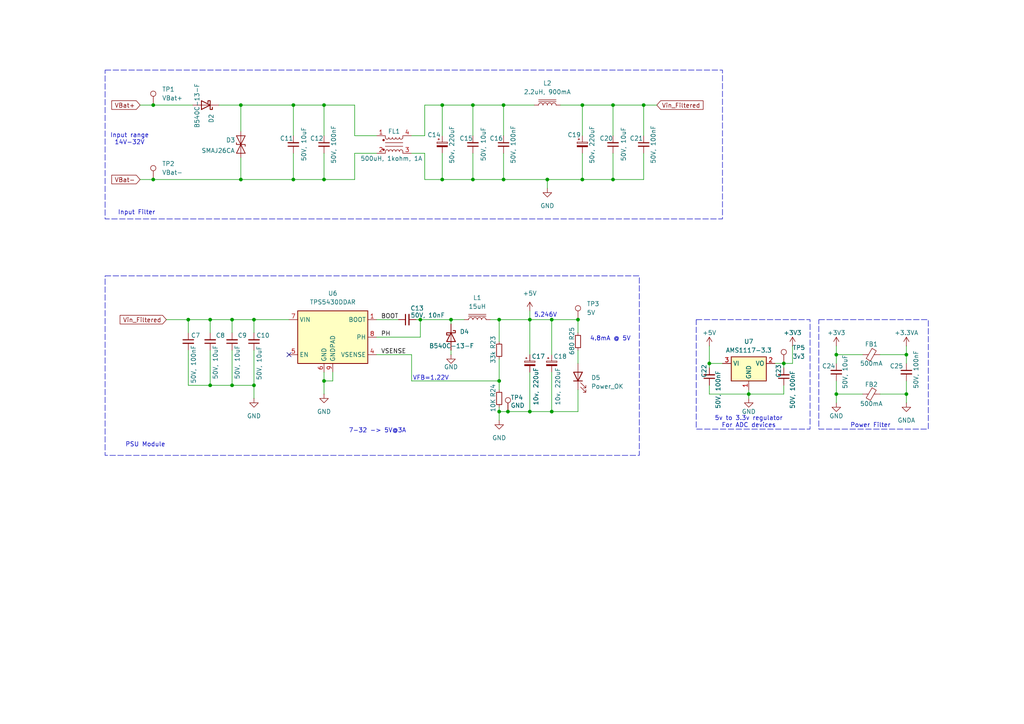
<source format=kicad_sch>
(kicad_sch (version 20231120) (generator "eeschema") (generator_version "8.0")
  (paper "A4")
  (title_block (title "Power Module") (date "2024-06-28") (rev "B") (company "D. Vaitiekus") (comment 1 "AUGA Tech"))
  (lib_symbols
    (symbol "Connector:TestPoint" (pin_numbers hide) (pin_names (offset 0.762) hide)
      (property "Reference" "TP" (at 0 6.858 0))
      (property "Value" "TestPoint" (at 0 5.08 0))
      (symbol "TestPoint_0_1"
        (circle (center 0 3.302) (radius 0.762))
      )
      (symbol "TestPoint_1_1"
        (pin passive line (at 0 0 90) (length 2.54) (name "1") (number "1"))
      )
    )
    (symbol "Device:C_Polarized_Small" (pin_numbers hide) (pin_names (offset 0.254) hide)
      (property "Reference" "C" (at 0.254 1.778 0))
      (property "Value" "C_Polarized_Small" (at 0.254 -2.032 0))
      (symbol "C_Polarized_Small_0_1"
        (rectangle (start -1.524 -0.3048) (end 1.524 -0.6858) (fill (type outline)))
        (rectangle (start -1.524 0.6858) (end 1.524 0.3048))
        (polyline (pts (xy -1.27 1.524) (xy -0.762 1.524)))
        (polyline (pts (xy -1.016 1.27) (xy -1.016 1.778)))
      )
      (symbol "C_Polarized_Small_1_1"
        (pin passive line (at 0 2.54 270) (length 1.8542) (name "~") (number "1"))
        (pin passive line (at 0 -2.54 90) (length 1.8542) (name "~") (number "2"))
      )
    )
    (symbol "Device:C_Small" (pin_numbers hide) (pin_names (offset 0.254) hide)
      (property "Reference" "C" (at 0.254 1.778 0))
      (property "Value" "C_Small" (at 0.254 -2.032 0))
      (symbol "C_Small_0_1"
        (polyline (pts (xy -1.524 -0.508) (xy 1.524 -0.508)) (stroke (width 0.3302)))
        (polyline (pts (xy -1.524 0.508) (xy 1.524 0.508)) (stroke (width 0.3048)))
      )
      (symbol "C_Small_1_1"
        (pin passive line (at 0 2.54 270) (length 2.032) (name "~") (number "1"))
        (pin passive line (at 0 -2.54 90) (length 2.032) (name "~") (number "2"))
      )
    )
    (symbol "Device:D_Schottky" (pin_numbers hide) (pin_names (offset 1.016) hide)
      (property "Reference" "D" (at 0 2.54 0))
      (property "Value" "D_Schottky" (at 0 -2.54 0))
      (symbol "D_Schottky_0_1"
        (polyline (pts (xy 1.27 0) (xy -1.27 0)))
        (polyline (pts (xy 1.27 1.27) (xy 1.27 -1.27) (xy -1.27 0) (xy 1.27 1.27)) (stroke (width 0.254)))
        (polyline (pts (xy -1.905 0.635) (xy -1.905 1.27) (xy -1.27 1.27) (xy -1.27 -1.27) (xy -0.635 -1.27) (xy -0.635 -0.635)) (stroke (width 0.254)))
      )
      (symbol "D_Schottky_1_1"
        (pin passive line (at -3.81 0 0) (length 2.54) (name "K") (number "1"))
        (pin passive line (at 3.81 0 180) (length 2.54) (name "A") (number "2"))
      )
    )
    (symbol "Device:FerriteBead_Small" (pin_numbers hide) (pin_names (offset 0))
      (property "Reference" "FB" (at 1.905 1.27 0))
      (property "Value" "FerriteBead_Small" (at 1.905 -1.27 0))
      (symbol "FerriteBead_Small_0_1"
        (polyline (pts (xy 0 -1.27) (xy 0 -0.7874)))
        (polyline (pts (xy 0 0.889) (xy 0 1.2954)))
        (polyline (pts (xy -1.8288 0.2794) (xy -1.1176 1.4986) (xy 1.8288 -0.2032) (xy 1.1176 -1.4224) (xy -1.8288 0.2794)))
      )
      (symbol "FerriteBead_Small_1_1"
        (pin passive line (at 0 2.54 270) (length 1.27) (name "~") (number "1"))
        (pin passive line (at 0 -2.54 90) (length 1.27) (name "~") (number "2"))
      )
    )
    (symbol "Device:Filter_EMI_LL_1423" (pin_names hide)
      (property "Reference" "FL" (at 0 4.445 0))
      (property "Value" "Filter_EMI_LL_1423" (at 0 -4.445 0))
      (symbol "Filter_EMI_LL_1423_0_1"
        (circle (center -3.048 -1.27) (radius 0.254) (fill (type outline)))
        (circle (center -3.048 1.524) (radius 0.254) (fill (type outline)))
        (arc (start -2.54 2.032) (mid -2.032 1.5262) (end -1.524 2.032))
        (arc (start -1.524 -2.032) (mid -2.032 -1.5262) (end -2.54 -2.032))
        (arc (start -1.524 2.032) (mid -1.016 1.5262) (end -0.508 2.032))
        (arc (start -0.508 -2.032) (mid -1.016 -1.5262) (end -1.524 -2.032))
        (arc (start -0.508 2.032) (mid 0 1.5262) (end 0.508 2.032))
        (polyline (pts (xy -2.54 -2.032) (xy -2.54 -2.54)))
        (polyline (pts (xy -2.54 0.508) (xy 2.54 0.508)))
        (polyline (pts (xy -2.54 2.032) (xy -2.54 2.54)))
        (polyline (pts (xy 2.54 -2.032) (xy 2.54 -2.54)))
        (polyline (pts (xy 2.54 -0.508) (xy -2.54 -0.508)))
        (polyline (pts (xy 2.54 2.54) (xy 2.54 2.032)))
        (arc (start 0.508 -2.032) (mid 0 -1.5262) (end -0.508 -2.032))
        (arc (start 0.508 2.032) (mid 1.016 1.5262) (end 1.524 2.032))
        (arc (start 1.524 -2.032) (mid 1.016 -1.5262) (end 0.508 -2.032))
        (arc (start 1.524 2.032) (mid 2.032 1.5262) (end 2.54 2.032))
        (arc (start 2.54 -2.032) (mid 2.032 -1.5262) (end 1.524 -2.032))
      )
      (symbol "Filter_EMI_LL_1423_1_1"
        (pin passive line (at -5.08 -2.54 0) (length 2.54) (name "1") (number "1"))
        (pin passive line (at -5.08 2.54 0) (length 2.54) (name "2") (number "2"))
        (pin passive line (at 5.08 2.54 180) (length 2.54) (name "3") (number "3"))
        (pin passive line (at 5.08 -2.54 180) (length 2.54) (name "4") (number "4"))
      )
    )
    (symbol "Device:LED" (pin_numbers hide) (pin_names (offset 1.016) hide)
      (property "Reference" "D" (at 0 2.54 0))
      (property "Value" "LED" (at 0 -2.54 0))
      (symbol "LED_0_1"
        (polyline (pts (xy -1.27 -1.27) (xy -1.27 1.27)) (stroke (width 0.254)))
        (polyline (pts (xy -1.27 0) (xy 1.27 0)))
        (polyline (pts (xy 1.27 -1.27) (xy 1.27 1.27) (xy -1.27 0) (xy 1.27 -1.27)) (stroke (width 0.254)))
        (polyline (pts (xy -3.048 -0.762) (xy -4.572 -2.286) (xy -3.81 -2.286) (xy -4.572 -2.286) (xy -4.572 -1.524)))
        (polyline (pts (xy -1.778 -0.762) (xy -3.302 -2.286) (xy -2.54 -2.286) (xy -3.302 -2.286) (xy -3.302 -1.524)))
      )
      (symbol "LED_1_1"
        (pin passive line (at -3.81 0 0) (length 2.54) (name "K") (number "1"))
        (pin passive line (at 3.81 0 180) (length 2.54) (name "A") (number "2"))
      )
    )
    (symbol "Device:L_Iron" (pin_numbers hide) (pin_names (offset 1.016) hide)
      (property "Reference" "L" (at -1.27 0 90))
      (property "Value" "L_Iron" (at 2.794 0 90))
      (symbol "L_Iron_0_1"
        (arc (start 0 -2.54) (mid 0.6323 -1.905) (end 0 -1.27))
        (arc (start 0 -1.27) (mid 0.6323 -0.635) (end 0 0))
        (polyline (pts (xy 1.016 2.54) (xy 1.016 -2.54)))
        (polyline (pts (xy 1.524 -2.54) (xy 1.524 2.54)))
        (arc (start 0 0) (mid 0.6323 0.635) (end 0 1.27))
        (arc (start 0 1.27) (mid 0.6323 1.905) (end 0 2.54))
      )
      (symbol "L_Iron_1_1"
        (pin passive line (at 0 3.81 270) (length 1.27) (name "1") (number "1"))
        (pin passive line (at 0 -3.81 90) (length 1.27) (name "2") (number "2"))
      )
    )
    (symbol "Device:R_Small" (pin_numbers hide) (pin_names (offset 0.254) hide)
      (property "Reference" "R" (at 0.762 0.508 0))
      (property "Value" "R_Small" (at 0.762 -1.016 0))
      (symbol "R_Small_0_1"
        (rectangle (start -0.762 1.778) (end 0.762 -1.778) (stroke (width 0.2032)))
      )
      (symbol "R_Small_1_1"
        (pin passive line (at 0 2.54 270) (length 0.762) (name "~") (number "1"))
        (pin passive line (at 0 -2.54 90) (length 0.762) (name "~") (number "2"))
      )
    )
    (symbol "Diode:SMAJ26CA" (pin_numbers hide) (pin_names (offset 1.016) hide)
      (property "Reference" "D" (at 0 2.54 0))
      (property "Value" "SMAJ26CA" (at 0 -2.54 0))
      (symbol "SMAJ26CA_0_1"
        (polyline (pts (xy 1.27 0) (xy -1.27 0)))
        (polyline (pts (xy -2.54 -1.27) (xy 0 0) (xy -2.54 1.27) (xy -2.54 -1.27)) (stroke (width 0.2032)))
        (polyline (pts (xy 0.508 1.27) (xy 0 1.27) (xy 0 -1.27) (xy -0.508 -1.27)) (stroke (width 0.2032)))
        (polyline (pts (xy 2.54 1.27) (xy 2.54 -1.27) (xy 0 0) (xy 2.54 1.27)) (stroke (width 0.2032)))
      )
      (symbol "SMAJ26CA_1_1"
        (pin passive line (at -3.81 0 0) (length 2.54) (name "A1") (number "1"))
        (pin passive line (at 3.81 0 180) (length 2.54) (name "A2") (number "2"))
      )
    )
    (symbol "Regulator_Linear:AMS1117-3.3"
      (property "Reference" "U" (at -3.81 3.175 0))
      (property "Value" "AMS1117-3.3" (at 0 3.175 0))
      (symbol "AMS1117-3.3_0_1"
        (rectangle (start -5.08 -5.08) (end 5.08 1.905) (stroke (width 0.254)) (fill (type background)))
      )
      (symbol "AMS1117-3.3_1_1"
        (pin power_in line (at 0 -7.62 90) (length 2.54) (name "GND") (number "1"))
        (pin power_out line (at 7.62 0 180) (length 2.54) (name "VO") (number "2"))
        (pin power_in line (at -7.62 0 0) (length 2.54) (name "VI") (number "3"))
      )
    )
    (symbol "Regulator_Switching:TPS5430DDA"
      (property "Reference" "U" (at -10.16 8.89 0))
      (property "Value" "TPS5430DDA" (at -1.27 8.89 0))
      (symbol "TPS5430DDA_0_1"
        (rectangle (start -10.16 7.62) (end 10.16 -7.62) (stroke (width 0.254)) (fill (type background)))
      )
      (symbol "TPS5430DDA_1_1"
        (pin input line (at 12.7 5.08 180) (length 2.54) (name "BOOT") (number "1"))
        (pin no_connect line (at -10.16 2.54 0) (length 2.54) hide (name "NC") (number "2"))
        (pin no_connect line (at -10.16 -2.54 0) (length 2.54) hide (name "NC") (number "3"))
        (pin input line (at 12.7 -5.08 180) (length 2.54) (name "VSENSE") (number "4"))
        (pin input line (at -12.7 -5.08 0) (length 2.54) (name "EN") (number "5"))
        (pin power_in line (at -2.54 -10.16 90) (length 2.54) (name "GND") (number "6"))
        (pin power_in line (at -12.7 5.08 0) (length 2.54) (name "VIN") (number "7"))
        (pin output line (at 12.7 0 180) (length 2.54) (name "PH") (number "8"))
        (pin power_in line (at 0 -10.16 90) (length 2.54) (name "GNDPAD") (number "9"))
      )
    )
    (symbol "power:+3.3VA" (power) (pin_numbers hide) (pin_names (offset 0) hide)
      (property "Value" "+3.3VA" (at 0 3.556 0))
      (symbol "+3.3VA_0_1"
        (polyline (pts (xy -0.762 1.27) (xy 0 2.54)))
        (polyline (pts (xy 0 0) (xy 0 2.54)))
        (polyline (pts (xy 0 2.54) (xy 0.762 1.27)))
      )
      (symbol "+3.3VA_1_1"
        (pin power_in line (at 0 0 90) (length 0) (name "~") (number "1"))
      )
    )
    (symbol "power:+3V3" (power) (pin_numbers hide) (pin_names (offset 0) hide)
      (property "Value" "+3V3" (at 0 3.556 0))
      (symbol "+3V3_0_1"
        (polyline (pts (xy -0.762 1.27) (xy 0 2.54)))
        (polyline (pts (xy 0 0) (xy 0 2.54)))
        (polyline (pts (xy 0 2.54) (xy 0.762 1.27)))
      )
      (symbol "+3V3_1_1"
        (pin power_in line (at 0 0 90) (length 0) (name "~") (number "1"))
      )
    )
    (symbol "power:+5V" (power) (pin_numbers hide) (pin_names (offset 0) hide)
      (property "Value" "+5V" (at 0 3.556 0))
      (symbol "+5V_0_1"
        (polyline (pts (xy -0.762 1.27) (xy 0 2.54)))
        (polyline (pts (xy 0 0) (xy 0 2.54)))
        (polyline (pts (xy 0 2.54) (xy 0.762 1.27)))
      )
      (symbol "+5V_1_1"
        (pin power_in line (at 0 0 90) (length 0) (name "~") (number "1"))
      )
    )
    (symbol "power:GND" (power) (pin_numbers hide) (pin_names (offset 0) hide)
      (property "Value" "GND" (at 0 -3.81 0))
      (symbol "GND_0_1"
        (polyline (pts (xy 0 0) (xy 0 -1.27) (xy 1.27 -1.27) (xy 0 -2.54) (xy -1.27 -1.27) (xy 0 -1.27)))
      )
      (symbol "GND_1_1"
        (pin power_in line (at 0 0 270) (length 0) (name "~") (number "1"))
      )
    )
    (symbol "power:GNDA" (power) (pin_numbers hide) (pin_names (offset 0) hide)
      (property "Value" "GNDA" (at 0 -3.81 0))
      (symbol "GNDA_0_1"
        (polyline (pts (xy 0 0) (xy 0 -1.27) (xy 1.27 -1.27) (xy 0 -2.54) (xy -1.27 -1.27) (xy 0 -1.27)))
      )
      (symbol "GNDA_1_1"
        (pin power_in line (at 0 0 270) (length 0) (name "~") (number "1"))
      )
    )
  )
  (junction (at 67.31 92.71))
  (junction (at 144.78 92.71))
  (junction (at 144.78 110.49))
  (junction (at 121.92 92.71))
  (junction (at 158.75 52.07))
  (junction (at 160.02 119.38))
  (junction (at 160.02 92.71))
  (junction (at 85.09 30.48))
  (junction (at 153.67 92.71))
  (junction (at 67.31 111.76))
  (junction (at 205.74 105.41))
  (junction (at 69.85 30.48))
  (junction (at 177.8 30.48))
  (junction (at 167.64 92.71))
  (junction (at 186.69 30.48))
  (junction (at 146.05 30.48))
  (junction (at 54.61 92.71))
  (junction (at 262.89 114.3))
  (junction (at 144.78 119.38))
  (junction (at 69.85 52.07))
  (junction (at 60.96 92.71))
  (junction (at 227.33 105.41))
  (junction (at 177.8 52.07))
  (junction (at 128.27 30.48))
  (junction (at 93.98 30.48))
  (junction (at 44.45 52.07))
  (junction (at 73.66 111.76))
  (junction (at 147.32 119.38))
  (junction (at 44.45 30.48))
  (junction (at 137.16 30.48))
  (junction (at 85.09 52.07))
  (junction (at 168.91 30.48))
  (junction (at 242.57 114.3))
  (junction (at 60.96 111.76))
  (junction (at 146.05 52.07))
  (junction (at 137.16 52.07))
  (junction (at 93.98 110.49))
  (junction (at 168.91 52.07))
  (junction (at 242.57 102.87))
  (junction (at 128.27 52.07))
  (junction (at 217.17 114.3))
  (junction (at 130.81 92.71))
  (junction (at 153.67 119.38))
  (junction (at 73.66 92.71))
  (junction (at 262.89 102.87))
  (junction (at 93.98 52.07))
  (no_connect (at 83.82 102.87))
  (wire (pts (xy 242.57 100.33) (xy 242.57 102.87)))
  (wire (pts (xy 205.74 100.33) (xy 205.74 105.41)))
  (wire (pts (xy 144.78 92.71) (xy 144.78 99.06)))
  (wire (pts (xy 160.02 92.71) (xy 160.02 102.87)))
  (wire (pts (xy 60.96 92.71) (xy 67.31 92.71)))
  (wire (pts (xy 146.05 30.48) (xy 154.94 30.48)))
  (wire (pts (xy 93.98 52.07) (xy 85.09 52.07)))
  (wire (pts (xy 168.91 30.48) (xy 177.8 30.48)))
  (wire (pts (xy 186.69 52.07) (xy 177.8 52.07)))
  (wire (pts (xy 69.85 30.48) (xy 63.5 30.48)))
  (wire (pts (xy 85.09 39.37) (xy 85.09 30.48)))
  (wire (pts (xy 146.05 44.45) (xy 146.05 52.07)))
  (wire (pts (xy 262.89 102.87) (xy 262.89 105.41)))
  (wire (pts (xy 109.22 44.45) (xy 102.87 44.45)))
  (wire (pts (xy 137.16 30.48) (xy 128.27 30.48)))
  (wire (pts (xy 102.87 44.45) (xy 102.87 52.07)))
  (wire (pts (xy 54.61 111.76) (xy 60.96 111.76)))
  (wire (pts (xy 93.98 110.49) (xy 93.98 114.3)))
  (wire (pts (xy 123.19 52.07) (xy 128.27 52.07)))
  (wire (pts (xy 229.87 105.41) (xy 227.33 105.41)))
  (wire (pts (xy 60.96 111.76) (xy 67.31 111.76)))
  (wire (pts (xy 96.52 110.49) (xy 96.52 107.95)))
  (wire (pts (xy 167.64 101.6) (xy 167.64 105.41)))
  (wire (pts (xy 109.22 97.79) (xy 121.92 97.79)))
  (wire (pts (xy 217.17 115.57) (xy 217.17 114.3)))
  (wire (pts (xy 102.87 30.48) (xy 93.98 30.48)))
  (wire (pts (xy 54.61 92.71) (xy 54.61 96.52)))
  (wire (pts (xy 85.09 44.45) (xy 85.09 52.07)))
  (wire (pts (xy 102.87 39.37) (xy 109.22 39.37)))
  (wire (pts (xy 227.33 114.3) (xy 217.17 114.3)))
  (wire (pts (xy 67.31 101.6) (xy 67.31 111.76)))
  (wire (pts (xy 227.33 111.76) (xy 227.33 114.3)))
  (wire (pts (xy 73.66 92.71) (xy 73.66 96.52)))
  (wire (pts (xy 153.67 90.17) (xy 153.67 92.71)))
  (wire (pts (xy 137.16 52.07) (xy 128.27 52.07)))
  (wire (pts (xy 121.92 97.79) (xy 121.92 92.71)))
  (wire (pts (xy 128.27 52.07) (xy 128.27 44.45)))
  (wire (pts (xy 168.91 30.48) (xy 162.56 30.48)))
  (wire (pts (xy 242.57 102.87) (xy 250.19 102.87)))
  (wire (pts (xy 73.66 92.71) (xy 67.31 92.71)))
  (wire (pts (xy 158.75 52.07) (xy 146.05 52.07)))
  (wire (pts (xy 54.61 92.71) (xy 60.96 92.71)))
  (wire (pts (xy 205.74 114.3) (xy 217.17 114.3)))
  (wire (pts (xy 69.85 38.1) (xy 69.85 30.48)))
  (wire (pts (xy 262.89 114.3) (xy 262.89 116.84)))
  (wire (pts (xy 158.75 52.07) (xy 158.75 54.61)))
  (wire (pts (xy 44.45 52.07) (xy 40.64 52.07)))
  (wire (pts (xy 130.81 93.98) (xy 130.81 92.71)))
  (wire (pts (xy 205.74 111.76) (xy 205.74 114.3)))
  (wire (pts (xy 67.31 111.76) (xy 73.66 111.76)))
  (wire (pts (xy 168.91 44.45) (xy 168.91 52.07)))
  (wire (pts (xy 142.24 92.71) (xy 144.78 92.71)))
  (wire (pts (xy 167.64 92.71) (xy 160.02 92.71)))
  (wire (pts (xy 147.32 119.38) (xy 144.78 119.38)))
  (wire (pts (xy 123.19 30.48) (xy 123.19 39.37)))
  (wire (pts (xy 85.09 52.07) (xy 69.85 52.07)))
  (wire (pts (xy 153.67 102.87) (xy 153.67 92.71)))
  (wire (pts (xy 167.64 119.38) (xy 160.02 119.38)))
  (wire (pts (xy 205.74 105.41) (xy 209.55 105.41)))
  (wire (pts (xy 153.67 92.71) (xy 160.02 92.71)))
  (wire (pts (xy 102.87 52.07) (xy 93.98 52.07)))
  (wire (pts (xy 102.87 39.37) (xy 102.87 30.48)))
  (wire (pts (xy 69.85 52.07) (xy 44.45 52.07)))
  (wire (pts (xy 177.8 39.37) (xy 177.8 30.48)))
  (wire (pts (xy 44.45 30.48) (xy 55.88 30.48)))
  (wire (pts (xy 109.22 92.71) (xy 115.57 92.71)))
  (wire (pts (xy 144.78 119.38) (xy 144.78 121.92)))
  (wire (pts (xy 146.05 39.37) (xy 146.05 30.48)))
  (wire (pts (xy 137.16 39.37) (xy 137.16 30.48)))
  (wire (pts (xy 177.8 52.07) (xy 168.91 52.07)))
  (wire (pts (xy 40.64 30.48) (xy 44.45 30.48)))
  (wire (pts (xy 144.78 104.14) (xy 144.78 110.49)))
  (wire (pts (xy 144.78 92.71) (xy 153.67 92.71)))
  (wire (pts (xy 160.02 107.95) (xy 160.02 119.38)))
  (wire (pts (xy 93.98 110.49) (xy 96.52 110.49)))
  (wire (pts (xy 67.31 92.71) (xy 67.31 96.52)))
  (wire (pts (xy 121.92 92.71) (xy 120.65 92.71)))
  (wire (pts (xy 153.67 107.95) (xy 153.67 119.38)))
  (wire (pts (xy 130.81 92.71) (xy 134.62 92.71)))
  (wire (pts (xy 93.98 30.48) (xy 85.09 30.48)))
  (wire (pts (xy 123.19 44.45) (xy 123.19 52.07)))
  (wire (pts (xy 168.91 39.37) (xy 168.91 30.48)))
  (wire (pts (xy 130.81 101.6) (xy 130.81 102.87)))
  (wire (pts (xy 123.19 39.37) (xy 119.38 39.37)))
  (wire (pts (xy 186.69 30.48) (xy 190.5 30.48)))
  (wire (pts (xy 60.96 92.71) (xy 60.96 96.52)))
  (wire (pts (xy 229.87 100.33) (xy 229.87 105.41)))
  (wire (pts (xy 60.96 101.6) (xy 60.96 111.76)))
  (wire (pts (xy 186.69 30.48) (xy 177.8 30.48)))
  (wire (pts (xy 255.27 102.87) (xy 262.89 102.87)))
  (wire (pts (xy 119.38 110.49) (xy 119.38 102.87)))
  (wire (pts (xy 227.33 105.41) (xy 227.33 106.68)))
  (wire (pts (xy 85.09 30.48) (xy 69.85 30.48)))
  (wire (pts (xy 121.92 92.71) (xy 130.81 92.71)))
  (wire (pts (xy 262.89 110.49) (xy 262.89 114.3)))
  (wire (pts (xy 146.05 52.07) (xy 137.16 52.07)))
  (wire (pts (xy 48.26 92.71) (xy 54.61 92.71)))
  (wire (pts (xy 168.91 52.07) (xy 158.75 52.07)))
  (wire (pts (xy 69.85 45.72) (xy 69.85 52.07)))
  (wire (pts (xy 93.98 39.37) (xy 93.98 30.48)))
  (wire (pts (xy 144.78 110.49) (xy 119.38 110.49)))
  (wire (pts (xy 73.66 111.76) (xy 73.66 115.57)))
  (wire (pts (xy 54.61 101.6) (xy 54.61 111.76)))
  (wire (pts (xy 93.98 44.45) (xy 93.98 52.07)))
  (wire (pts (xy 217.17 113.03) (xy 217.17 114.3)))
  (wire (pts (xy 160.02 119.38) (xy 153.67 119.38)))
  (wire (pts (xy 242.57 102.87) (xy 242.57 105.41)))
  (wire (pts (xy 177.8 44.45) (xy 177.8 52.07)))
  (wire (pts (xy 242.57 114.3) (xy 250.19 114.3)))
  (wire (pts (xy 73.66 101.6) (xy 73.66 111.76)))
  (wire (pts (xy 119.38 102.87) (xy 109.22 102.87)))
  (wire (pts (xy 119.38 44.45) (xy 123.19 44.45)))
  (wire (pts (xy 73.66 92.71) (xy 83.82 92.71)))
  (wire (pts (xy 262.89 100.33) (xy 262.89 102.87)))
  (wire (pts (xy 144.78 110.49) (xy 144.78 113.03)))
  (wire (pts (xy 186.69 44.45) (xy 186.69 52.07)))
  (wire (pts (xy 137.16 44.45) (xy 137.16 52.07)))
  (wire (pts (xy 255.27 114.3) (xy 262.89 114.3)))
  (wire (pts (xy 186.69 39.37) (xy 186.69 30.48)))
  (wire (pts (xy 242.57 114.3) (xy 242.57 116.84)))
  (wire (pts (xy 153.67 119.38) (xy 147.32 119.38)))
  (wire (pts (xy 167.64 96.52) (xy 167.64 92.71)))
  (wire (pts (xy 167.64 113.03) (xy 167.64 119.38)))
  (wire (pts (xy 144.78 118.11) (xy 144.78 119.38)))
  (wire (pts (xy 128.27 30.48) (xy 123.19 30.48)))
  (wire (pts (xy 242.57 110.49) (xy 242.57 114.3)))
  (wire (pts (xy 128.27 39.37) (xy 128.27 30.48)))
  (wire (pts (xy 146.05 30.48) (xy 137.16 30.48)))
  (wire (pts (xy 93.98 107.95) (xy 93.98 110.49)))
  (wire (pts (xy 205.74 105.41) (xy 205.74 106.68)))
  (wire (pts (xy 227.33 105.41) (xy 224.79 105.41)))
  (rectangle (start 30.48 80.01) (end 185.42 132.08) (stroke (width 0) (type dash)))
  (rectangle (start 30.48 20.32) (end 209.55 63.5) (stroke (width 0) (type dash)))
  (rectangle (start 237.49 92.71) (end 269.24 124.46) (stroke (width 0) (type dash)))
  (rectangle (start 201.93 92.71) (end 234.95 124.46) (stroke (width 0) (type dash)))
  (text "VFB=1.22V" (at 124.968 109.728 0) (effects (font (size 1.27 1.27))))
  (text "4.8mA @ 5V" (at 177.038 98.298 0) (effects (font (size 1.27 1.27))))
  (text "7-32 -> 5V@3A" (at 109.474 124.968 0) (effects (font (size 1.27 1.27))))
  (text "5.246V" (at 158.242 91.44 0) (effects (font (size 1.27 1.27))))
  (text "5v to 3.3v regulator\nFor ADC devices" (at 217.17 122.428 0) (effects (font (size 1.27 1.27))))
  (text "Power Filter" (at 252.476 123.444 0) (effects (font (size 1.27 1.27))))
  (text "PSU Module" (at 42.164 129.032 0) (effects (font (size 1.27 1.27))))
  (text "Input Filter" (at 39.624 61.722 0) (effects (font (size 1.27 1.27))))
  (text "Input range\n14V-32V" (at 37.592 40.386 0) (effects (font (size 1.27 1.27))))
  (label "BOOT" (at 110.49 92.71 0))
  (label "PH" (at 110.49 97.79 0))
  (label "VSENSE" (at 110.49 102.87 0))
  (global_label "Vin_Filtered" (shape input) (at 48.26 92.71 180) (property "Intersheetrefs" "${INTERSHEET_REFS}" (effects (hide yes))))
  (global_label "VBat-" (shape input) (at 40.64 52.07 180) (property "Intersheetrefs" "${INTERSHEET_REFS}" (effects (hide yes))))
  (global_label "Vin_Filtered" (shape input) (at 190.5 30.48 0) (property "Intersheetrefs" "${INTERSHEET_REFS}" (effects (hide yes))))
  (global_label "VBat+" (shape input) (at 40.64 30.48 180) (property "Intersheetrefs" "${INTERSHEET_REFS}" (effects (hide yes))))
  (symbol (lib_id "Device:D_Schottky") (at 59.69 30.48 180) (unit 1)
    (property "Reference" "D2" (at 61.2776 33.02 90) (effects (justify left)))
    (property "Value" "B540C-13-F" (at 57.15 24.13 90) (effects (justify left)))
    (property "Footprint" "Diode_SMD:D_SMC" (effects (hide yes)))
    (property "Datasheet" "https://wmsc.lcsc.com/wmsc/upload/file/pdf/v2/lcsc/2304140030_Diodes-Incorporated-B340A-13-F_C85098.pdf" (effects (hide yes)))
    (property "Description" "40V 550mV@5A 5A SMC(DO-214AB) Schottky Barrier Diodes (SBD) ROHS" (effects (hide yes)))
    (property "JLCPCB Part #" "C72264" (effects (hide yes)))
    (property "Package" "SMC(DO-214AB)" (effects (hide yes)))
  )
  (symbol (lib_id "Device:C_Small") (at 177.8 41.91 180) (unit 1)
    (property "Reference" "C20" (at 177.8 40.132 0) (effects (justify left)))
    (property "Value" "50V, 10uF" (at 180.848 36.83 90) (effects (justify left)))
    (property "Footprint" "Capacitor_SMD:C_1206_3216Metric" (effects (hide yes)))
    (property "Datasheet" "https://wmsc.lcsc.com/wmsc/upload/file/pdf/v2/lcsc/2304140030_Samsung-Electro-Mechanics-CL31A106KBHNNNE_C13585.pdf" (effects (hide yes)))
    (property "Description" "50V 10uF X5R ±10% 1206 Multilayer Ceramic Capacitors MLCC - SMD/SMT ROHS " (effects (hide yes)))
    (property "JLCPCB Part #" "C13585" (effects (hide yes)))
    (property "Package" "1206" (effects (hide yes)))
  )
  (symbol (lib_id "power:+3V3") (at 229.87 100.33 0) (unit 1)
    (property "Reference" "#PWR040" (effects (hide yes)))
    (property "Value" "+3V3" (at 229.87 96.52 0))
    (property "Description" "Power symbol creates a global label with name \"+3V3\"" (effects (hide yes)))
  )
  (symbol (lib_id "Device:R_Small") (at 144.78 115.57 180) (unit 1)
    (property "Reference" "R24" (at 143.002 113.284 90))
    (property "Value" "10K" (at 143.002 117.602 90))
    (property "Footprint" "Resistor_SMD:R_0805_2012Metric" (effects (hide yes)))
    (property "Description" "Resistor, small symbol" (effects (hide yes)))
    (property "Package" "0805" (effects (hide yes)))
    (property "JLCPCB Part #" "C17414" (effects (hide yes)))
  )
  (symbol (lib_id "Device:C_Polarized_Small") (at 160.02 105.41 0) (unit 1)
    (property "Reference" "C18" (at 160.528 103.378 0) (effects (justify left)))
    (property "Value" "10v, 220uF" (at 161.798 117.602 90) (effects (justify left)))
    (property "Footprint" "Capacitor_SMD:CP_Elec_6.3x5.4" (effects (hide yes)))
    (property "Description" "Polarized capacitor, small symbol" (effects (hide yes)))
    (property "JLCPCB Part #" "C72494" (effects (hide yes)))
    (property "Package" "SMD,D6.3xL5.4mm" (effects (hide yes)))
  )
  (symbol (lib_id "Device:R_Small") (at 144.78 101.6 180) (unit 1)
    (property "Reference" "R23" (at 143.002 99.314 90))
    (property "Value" "33k" (at 143.002 103.632 90))
    (property "Footprint" "Resistor_SMD:R_0805_2012Metric" (effects (hide yes)))
    (property "Description" "125mW Thick Film Resistors 150V ±100ppm/℃ ±1% 33kΩ 0805 Chip Resistor - Surface Mount ROHS " (effects (hide yes)))
    (property "Package" "0805" (effects (hide yes)))
    (property "JLCPCB Part #" "C17633" (effects (hide yes)))
  )
  (symbol (lib_id "power:GND") (at 158.75 54.61 0) (unit 1)
    (property "Reference" "#PWR037" (effects (hide yes)))
    (property "Value" "GND" (at 158.75 59.69 0))
    (property "Description" "Power symbol creates a global label with name \"GND\" , ground" (effects (hide yes)))
  )
  (symbol (lib_id "Device:C_Small") (at 93.98 41.91 0) (unit 1)
    (property "Reference" "C12" (at 89.916 40.132 0) (effects (justify left)))
    (property "Value" "50V, 100nF" (at 96.774 47.498 90) (effects (justify left)))
    (property "Footprint" "Capacitor_SMD:C_1206_3216Metric" (effects (hide yes)))
    (property "Datasheet" "https://wmsc.lcsc.com/wmsc/upload/file/pdf/v2/lcsc/2304140030_Samsung-Electro-Mechanics-CL31B104KBCNNNC_C24497.pdf" (effects (hide yes)))
    (property "Description" "Unpolarized capacitor, small symbol" (effects (hide yes)))
    (property "JLCPCB Part #" "C24497" (effects (hide yes)))
    (property "Package" "1206" (effects (hide yes)))
  )
  (symbol (lib_id "Device:C_Small") (at 227.33 109.22 180) (unit 1)
    (property "Reference" "C23" (at 225.806 105.664 90) (effects (justify left)))
    (property "Value" "50V, 100nF" (at 229.87 107.442 90) (effects (justify left)))
    (property "Footprint" "Capacitor_SMD:C_1206_3216Metric" (effects (hide yes)))
    (property "Datasheet" "https://wmsc.lcsc.com/wmsc/upload/file/pdf/v2/lcsc/2304140030_Samsung-Electro-Mechanics-CL31B104KBCNNNC_C24497.pdf" (effects (hide yes)))
    (property "Description" "Unpolarized capacitor, small symbol" (effects (hide yes)))
    (property "JLCPCB Part #" "C24497" (effects (hide yes)))
    (property "Package" "1206" (effects (hide yes)))
  )
  (symbol (lib_id "power:GND") (at 73.66 115.57 0) (unit 1)
    (property "Reference" "#PWR032" (effects (hide yes)))
    (property "Value" "GND" (at 73.66 120.65 0))
    (property "Description" "Power symbol creates a global label with name \"GND\" , ground" (effects (hide yes)))
  )
  (symbol (lib_id "power:+5V") (at 153.67 90.17 0) (unit 1)
    (property "Reference" "#PWR036" (effects (hide yes)))
    (property "Value" "+5V" (at 153.67 85.09 0))
    (property "Description" "Power symbol creates a global label with name \"+5V\"" (effects (hide yes)))
  )
  (symbol (lib_id "Regulator_Switching:TPS5430DDA") (at 96.52 97.79 0) (unit 1)
    (property "Reference" "U6" (at 96.52 85.09 0))
    (property "Value" "TPS5430DDAR" (at 96.52 87.63 0))
    (property "Footprint" "Package_SO:TI_SO-PowerPAD-8_ThermalVias" (effects (hide yes)))
    (property "Datasheet" "https://www.ti.com/lit/ds/symlink/tps5430.pdf" (effects (hide yes)))
    (property "Description" "3A, Step Down Swift Converter, Adjustable Output Voltage, 5.5-36V Input Voltage, PowerSO-8" (effects (hide yes)))
    (property "JLCPCB Part #" "C9864" (effects (hide yes)))
    (property "Package" "SOIC-8-EP" (effects (hide yes)))
  )
  (symbol (lib_id "power:GND") (at 130.81 102.87 0) (unit 1)
    (property "Reference" "#PWR034" (effects (hide yes)))
    (property "Value" "GND" (at 130.81 106.426 0))
    (property "Description" "Power symbol creates a global label with name \"GND\" , ground" (effects (hide yes)))
  )
  (symbol (lib_id "power:+3.3VA") (at 262.89 100.33 0) (unit 1)
    (property "Reference" "#PWR043" (effects (hide yes)))
    (property "Value" "+3.3VA" (at 262.89 96.52 0))
    (property "Description" "Power symbol creates a global label with name \"+3.3VA\"" (effects (hide yes)))
  )
  (symbol (lib_id "power:+5V") (at 205.74 100.33 0) (unit 1)
    (property "Reference" "#PWR038" (effects (hide yes)))
    (property "Value" "+5V" (at 205.74 96.52 0))
    (property "Description" "Power symbol creates a global label with name \"+5V\"" (effects (hide yes)))
  )
  (symbol (lib_id "Connector:TestPoint") (at 147.32 119.38 0) (unit 1)
    (property "Reference" "TP4" (at 148.082 115.316 0) (effects (justify left)))
    (property "Value" "GND" (at 148.082 117.602 0) (effects (justify left)))
    (property "Footprint" "TestPoint:TestPoint_THTPad_D1.0mm_Drill0.5mm" (effects (hide yes)))
    (property "Description" "test point" (effects (hide yes)))
  )
  (symbol (lib_id "power:+3V3") (at 242.57 100.33 0) (unit 1)
    (property "Reference" "#PWR041" (effects (hide yes)))
    (property "Value" "+3V3" (at 242.57 96.52 0))
    (property "Description" "Power symbol creates a global label with name \"+3V3\"" (effects (hide yes)))
  )
  (symbol (lib_id "Device:D_Schottky") (at 130.81 97.79 270) (unit 1)
    (property "Reference" "D4" (at 133.35 96.2024 90) (effects (justify left)))
    (property "Value" "B540C-13-F" (at 124.46 100.33 90) (effects (justify left)))
    (property "Footprint" "Diode_SMD:D_SMC" (effects (hide yes)))
    (property "Datasheet" "https://wmsc.lcsc.com/wmsc/upload/file/pdf/v2/lcsc/2304140030_Diodes-Incorporated-B340A-13-F_C85098.pdf" (effects (hide yes)))
    (property "Description" "40V 550mV@5A 5A SMC(DO-214AB) Schottky Barrier Diodes (SBD) ROHS" (effects (hide yes)))
    (property "JLCPCB Part #" "C72264" (effects (hide yes)))
    (property "Package" "SMC(DO-214AB)" (effects (hide yes)))
  )
  (symbol (lib_id "Device:LED") (at 167.64 109.22 90) (unit 1)
    (property "Reference" "D5" (at 171.45 109.5374 90) (effects (justify right)))
    (property "Value" "Power_OK" (at 171.45 112.0774 90) (effects (justify right)))
    (property "Footprint" "LED_SMD:LED_0805_2012Metric" (effects (hide yes)))
    (property "Datasheet" "https://wmsc.lcsc.com/wmsc/upload/file/pdf/v2/lcsc/1806151820_Hubei-KENTO-Elec-KT-0805G_C2297.pdf" (effects (hide yes)))
    (property "Description" "Light emitting diode" (effects (hide yes)))
    (property "JLCPCB Part #" "C2297" (effects (hide yes)))
    (property "Package" "0805" (effects (hide yes)))
  )
  (symbol (lib_id "Device:C_Small") (at 186.69 41.91 0) (unit 1)
    (property "Reference" "C21" (at 182.626 40.132 0) (effects (justify left)))
    (property "Value" "50V, 100nF" (at 189.484 47.498 90) (effects (justify left)))
    (property "Footprint" "Capacitor_SMD:C_1206_3216Metric" (effects (hide yes)))
    (property "Datasheet" "https://wmsc.lcsc.com/wmsc/upload/file/pdf/v2/lcsc/2304140030_Samsung-Electro-Mechanics-CL31B104KBCNNNC_C24497.pdf" (effects (hide yes)))
    (property "Description" "Unpolarized capacitor, small symbol" (effects (hide yes)))
    (property "JLCPCB Part #" "C24497" (effects (hide yes)))
    (property "Package" "1206" (effects (hide yes)))
  )
  (symbol (lib_id "Device:C_Small") (at 137.16 41.91 180) (unit 1)
    (property "Reference" "C15" (at 137.16 40.132 0) (effects (justify left)))
    (property "Value" "50V, 10uF" (at 140.208 36.83 90) (effects (justify left)))
    (property "Footprint" "Capacitor_SMD:C_1206_3216Metric" (effects (hide yes)))
    (property "Datasheet" "https://wmsc.lcsc.com/wmsc/upload/file/pdf/v2/lcsc/2304140030_Samsung-Electro-Mechanics-CL31A106KBHNNNE_C13585.pdf" (effects (hide yes)))
    (property "Description" "50V 10uF X5R ±10% 1206 Multilayer Ceramic Capacitors MLCC - SMD/SMT ROHS " (effects (hide yes)))
    (property "JLCPCB Part #" "C13585" (effects (hide yes)))
    (property "Package" "1206" (effects (hide yes)))
  )
  (symbol (lib_id "Device:R_Small") (at 167.64 99.06 180) (unit 1)
    (property "Reference" "R25" (at 165.862 96.774 90))
    (property "Value" "680" (at 165.862 101.092 90))
    (property "Footprint" "Resistor_SMD:R_0805_2012Metric" (effects (hide yes)))
    (property "Description" "Resistor, small symbol" (effects (hide yes)))
    (property "JLCPCB Part #" "C17798" (effects (hide yes)))
    (property "Package" "0805" (effects (hide yes)))
  )
  (symbol (lib_id "Device:C_Small") (at 67.31 99.06 180) (unit 1)
    (property "Reference" "C9" (at 71.628 97.282 0) (effects (justify left)))
    (property "Value" "50V, 10uF" (at 68.834 100.076 90) (effects (justify left)))
    (property "Footprint" "Capacitor_SMD:C_1206_3216Metric" (effects (hide yes)))
    (property "Datasheet" "https://wmsc.lcsc.com/wmsc/upload/file/pdf/v2/lcsc/2304140030_Samsung-Electro-Mechanics-CL31A106KBHNNNE_C13585.pdf" (effects (hide yes)))
    (property "Description" "50V 10uF X5R ±10% 1206 Multilayer Ceramic Capacitors MLCC - SMD/SMT ROHS " (effects (hide yes)))
    (property "JLCPCB Part #" "C13585" (effects (hide yes)))
    (property "Package" "1206" (effects (hide yes)))
  )
  (symbol (lib_id "Device:C_Polarized_Small") (at 153.67 105.41 0) (unit 1)
    (property "Reference" "C17" (at 154.178 103.378 0) (effects (justify left)))
    (property "Value" "10v, 220uF" (at 155.448 117.602 90) (effects (justify left)))
    (property "Footprint" "Capacitor_SMD:CP_Elec_6.3x5.4" (effects (hide yes)))
    (property "Description" "Polarized capacitor, small symbol" (effects (hide yes)))
    (property "JLCPCB Part #" "C72494" (effects (hide yes)))
    (property "Package" "SMD,D6.3xL5.4mm" (effects (hide yes)))
  )
  (symbol (lib_id "Device:L_Iron") (at 138.43 92.71 90) (unit 1)
    (property "Reference" "L1" (at 138.43 86.36 90))
    (property "Value" "15uH" (at 138.43 88.9 90))
    (property "Footprint" "Inductor_SMD:L_Sunlord_MWSA0603S" (effects (hide yes)))
    (property "Datasheet" "https://wmsc.lcsc.com/wmsc/upload/file/pdf/v2/lcsc/2404260921_cjiang--Changjiang-Microelectronics-Tech-FXL0630-150-M_C177243.pdf" (effects (hide yes)))
    (property "Description" "3A 15uH Molding Choke ±20% 4.5A SMD,6.6x7mm Power Inductors ROHS " (effects (hide yes)))
    (property "JLCPCB Part #" "C177243" (effects (hide yes)))
    (property "Package" "SMD,6.6x7mm" (effects (hide yes)))
  )
  (symbol (lib_id "power:GND") (at 93.98 114.3 0) (unit 1)
    (property "Reference" "#PWR033" (effects (hide yes)))
    (property "Value" "GND" (at 93.98 119.38 0))
    (property "Description" "Power symbol creates a global label with name \"GND\" , ground" (effects (hide yes)))
  )
  (symbol (lib_id "Device:L_Iron") (at 158.75 30.48 90) (unit 1)
    (property "Reference" "L2" (at 158.75 24.13 90))
    (property "Value" "2.2uH, 900mA" (at 158.75 26.67 90))
    (property "Footprint" "Inductor_SMD:L_1206_3216Metric" (effects (hide yes)))
    (property "Datasheet" "https://wmsc.lcsc.com/wmsc/upload/file/pdf/v2/lcsc/1810201249_Murata-Electronics-LQM31PN2R2M00L_C171763.pdf" (effects (hide yes)))
    (property "Description" "900mA 2.2uH ±20% 237.5mΩ 1206 Inductors (SMD) ROHS " (effects (hide yes)))
    (property "JLCPCB Part #" "C171763" (effects (hide yes)))
    (property "Package" "1206" (effects (hide yes)))
  )
  (symbol (lib_id "power:GNDA") (at 262.89 116.84 0) (unit 1)
    (property "Reference" "#PWR044" (effects (hide yes)))
    (property "Value" "GNDA" (at 262.89 121.92 0))
    (property "Description" "Power symbol creates a global label with name \"GNDA\" , analog ground" (effects (hide yes)))
  )
  (symbol (lib_id "Device:C_Small") (at 73.66 99.06 180) (unit 1)
    (property "Reference" "C10" (at 78.232 97.282 0) (effects (justify left)))
    (property "Value" "50V, 10uF" (at 75.184 100.33 90) (effects (justify left)))
    (property "Footprint" "Capacitor_SMD:C_1206_3216Metric" (effects (hide yes)))
    (property "Datasheet" "https://wmsc.lcsc.com/wmsc/upload/file/pdf/v2/lcsc/2304140030_Samsung-Electro-Mechanics-CL31A106KBHNNNE_C13585.pdf" (effects (hide yes)))
    (property "Description" "50V 10uF X5R ±10% 1206 Multilayer Ceramic Capacitors MLCC - SMD/SMT ROHS " (effects (hide yes)))
    (property "JLCPCB Part #" "C13585" (effects (hide yes)))
    (property "Package" "1206" (effects (hide yes)))
  )
  (symbol (lib_id "Device:C_Small") (at 118.11 92.71 90) (unit 1)
    (property "Reference" "C13" (at 122.936 89.408 90) (effects (justify left)))
    (property "Value" "50V, 10nF" (at 129.032 91.44 90) (effects (justify left)))
    (property "Footprint" "Capacitor_SMD:C_1206_3216Metric" (effects (hide yes)))
    (property "Datasheet" "https://wmsc.lcsc.com/wmsc/upload/file/pdf/v2/lcsc/2304140030_FH--Guangdong-Fenghua-Advanced-Tech-1206B103K500NT_C1846.pdf" (effects (hide yes)))
    (property "Description" "50V 10nF X7R ±10% 1206 Multilayer Ceramic Capacitors MLCC - SMD/SMT ROHS " (effects (hide yes)))
    (property "JLCPCB Part #" "C1846" (effects (hide yes)))
    (property "Package" "1206" (effects (hide yes)))
  )
  (symbol (lib_id "Diode:SMAJ26CA") (at 69.85 41.91 270) (unit 1)
    (property "Reference" "D3" (at 65.532 40.64 90) (effects (justify left)))
    (property "Value" "SMAJ26CA" (at 58.42 43.688 90) (effects (justify left)))
    (property "Footprint" "Diode_SMD:D_SMA" (effects (hide yes)))
    (property "Datasheet" "https://www.littelfuse.com/media?resourcetype=datasheets&itemid=75e32973-b177-4ee3-a0ff-cedaf1abdb93&filename=smaj-datasheet" (effects (hide yes)))
    (property "Description" "400W bidirectional Transient Voltage Suppressor, 26.0Vr, SMA(DO-214AC)" (effects (hide yes)))
    (property "JLCPCB Part #" "C400501" (effects (hide yes)))
    (property "Package" "SMA" (effects (hide yes)))
  )
  (symbol (lib_id "Device:C_Polarized_Small") (at 128.27 41.91 0) (unit 1)
    (property "Reference" "C14" (at 123.952 39.116 0) (effects (justify left)))
    (property "Value" "50v, 220uF" (at 131.064 47.498 90) (effects (justify left)))
    (property "Footprint" "Capacitor_SMD:CP_Elec_10x10.5" (effects (hide yes)))
    (property "Datasheet" "https://wmsc.lcsc.com/wmsc/upload/file/pdf/v2/lcsc/1912111437_Rubycon-50TLV220MSPA10X10-5_C365680.pdf" (effects (hide yes)))
    (property "Description" "220uF 50V ±20% SMD,D10xL10.5mm  Aluminum Electrolytic Capacitors - SMD ROHS" (effects (hide yes)))
    (property "JLCPCB Part #" "C365680" (effects (hide yes)))
    (property "Package" "SMD,D10xL10.5mm" (effects (hide yes)))
  )
  (symbol (lib_id "Device:C_Small") (at 60.96 99.06 180) (unit 1)
    (property "Reference" "C8" (at 65.278 97.282 0) (effects (justify left)))
    (property "Value" "50V, 10uF" (at 62.484 100.076 90) (effects (justify left)))
    (property "Footprint" "Capacitor_SMD:C_1206_3216Metric" (effects (hide yes)))
    (property "Datasheet" "https://wmsc.lcsc.com/wmsc/upload/file/pdf/v2/lcsc/2304140030_Samsung-Electro-Mechanics-CL31A106KBHNNNE_C13585.pdf" (effects (hide yes)))
    (property "Description" "50V 10uF X5R ±10% 1206 Multilayer Ceramic Capacitors MLCC - SMD/SMT ROHS " (effects (hide yes)))
    (property "JLCPCB Part #" "C13585" (effects (hide yes)))
    (property "Package" "1206" (effects (hide yes)))
  )
  (symbol (lib_id "Device:C_Small") (at 205.74 109.22 180) (unit 1)
    (property "Reference" "C22" (at 204.216 105.664 90) (effects (justify left)))
    (property "Value" "50V, 100nF" (at 208.28 107.442 90) (effects (justify left)))
    (property "Footprint" "Capacitor_SMD:C_1206_3216Metric" (effects (hide yes)))
    (property "Datasheet" "https://wmsc.lcsc.com/wmsc/upload/file/pdf/v2/lcsc/2304140030_Samsung-Electro-Mechanics-CL31B104KBCNNNC_C24497.pdf" (effects (hide yes)))
    (property "Description" "Unpolarized capacitor, small symbol" (effects (hide yes)))
    (property "JLCPCB Part #" "C24497" (effects (hide yes)))
    (property "Package" "1206" (effects (hide yes)))
  )
  (symbol (lib_id "Connector:TestPoint") (at 44.45 30.48 0) (unit 1)
    (property "Reference" "TP1" (at 46.99 25.9079 0) (effects (justify left)))
    (property "Value" "VBat+" (at 46.99 28.4479 0) (effects (justify left)))
    (property "Footprint" "TestPoint:TestPoint_THTPad_D1.0mm_Drill0.5mm" (effects (hide yes)))
    (property "Description" "test point" (effects (hide yes)))
  )
  (symbol (lib_id "power:GND") (at 144.78 121.92 0) (unit 1)
    (property "Reference" "#PWR035" (effects (hide yes)))
    (property "Value" "GND" (at 144.78 127 0))
    (property "Description" "Power symbol creates a global label with name \"GND\" , ground" (effects (hide yes)))
  )
  (symbol (lib_id "Device:C_Small") (at 85.09 41.91 180) (unit 1)
    (property "Reference" "C11" (at 85.09 40.132 0) (effects (justify left)))
    (property "Value" "50V, 10uF" (at 88.138 36.83 90) (effects (justify left)))
    (property "Footprint" "Capacitor_SMD:C_1206_3216Metric" (effects (hide yes)))
    (property "Datasheet" "https://wmsc.lcsc.com/wmsc/upload/file/pdf/v2/lcsc/2304140030_Samsung-Electro-Mechanics-CL31A106KBHNNNE_C13585.pdf" (effects (hide yes)))
    (property "Description" "50V 10uF X5R ±10% 1206 Multilayer Ceramic Capacitors MLCC - SMD/SMT ROHS " (effects (hide yes)))
    (property "JLCPCB Part #" "C13585" (effects (hide yes)))
    (property "Package" "1206" (effects (hide yes)))
  )
  (symbol (lib_id "Device:FerriteBead_Small") (at 252.73 102.87 90) (unit 1)
    (property "Reference" "FB1" (at 252.73 99.822 90))
    (property "Value" "500mA" (at 252.73 105.41 90))
    (property "Footprint" "Inductor_SMD:L_0805_2012Metric" (effects (hide yes)))
    (property "Datasheet" "https://wmsc.lcsc.com/wmsc/upload/file/pdf/v2/lcsc/2310301640_Sunlord-GZ2012D601TF_C1017.pdf" (effects (hide yes)))
    (property "Description" "300mΩ ±25% 600Ω@100MHz 0805 Ferrite Beads ROHS" (effects (hide yes)))
    (property "JLCPCB Part #" "C1017" (effects (hide yes)))
    (property "Package" "0805" (effects (hide yes)))
  )
  (symbol (lib_id "Device:C_Polarized_Small") (at 168.91 41.91 0) (unit 1)
    (property "Reference" "C19" (at 164.592 39.116 0) (effects (justify left)))
    (property "Value" "50v, 220uF" (at 171.704 47.498 90) (effects (justify left)))
    (property "Footprint" "Capacitor_SMD:CP_Elec_10x10.5" (effects (hide yes)))
    (property "Datasheet" "https://wmsc.lcsc.com/wmsc/upload/file/pdf/v2/lcsc/1912111437_Rubycon-50TLV220MSPA10X10-5_C365680.pdf" (effects (hide yes)))
    (property "Description" "220uF 50V ±20% SMD,D10xL10.5mm  Aluminum Electrolytic Capacitors - SMD ROHS" (effects (hide yes)))
    (property "JLCPCB Part #" "C365680" (effects (hide yes)))
    (property "Package" "SMD,D10xL10.5mm" (effects (hide yes)))
  )
  (symbol (lib_id "Device:Filter_EMI_LL_1423") (at 114.3 41.91 0) (mirror x) (unit 1)
    (property "Reference" "FL1" (at 114.3 38.1 0))
    (property "Value" "500uH, 1kohm, 1A" (at 113.538 45.974 0))
    (property "Footprint" "Filter:Filter_Bourns_SRF0905_6.0x9.2mm" (effects (hide yes)))
    (property "Description" "EMI 2-inductor filter, pin-connections 1-4 and 2-3" (effects (hide yes)))
    (property "JLCPCB Part #" "C261397" (effects (hide yes)))
    (property "Package" "SMD-4_6.0x9.0x2.54P" (effects (hide yes)))
  )
  (symbol (lib_id "Device:C_Small") (at 146.05 41.91 0) (unit 1)
    (property "Reference" "C16" (at 141.986 40.132 0) (effects (justify left)))
    (property "Value" "50V, 100nF" (at 148.844 47.498 90) (effects (justify left)))
    (property "Footprint" "Capacitor_SMD:C_1206_3216Metric" (effects (hide yes)))
    (property "Datasheet" "https://wmsc.lcsc.com/wmsc/upload/file/pdf/v2/lcsc/2304140030_Samsung-Electro-Mechanics-CL31B104KBCNNNC_C24497.pdf" (effects (hide yes)))
    (property "Description" "Unpolarized capacitor, small symbol" (effects (hide yes)))
    (property "JLCPCB Part #" "C24497" (effects (hide yes)))
    (property "Package" "1206" (effects (hide yes)))
  )
  (symbol (lib_id "Device:FerriteBead_Small") (at 252.73 114.3 90) (unit 1)
    (property "Reference" "FB2" (at 252.73 111.506 90))
    (property "Value" "500mA" (at 252.73 117.094 90))
    (property "Footprint" "Inductor_SMD:L_0805_2012Metric" (effects (hide yes)))
    (property "Datasheet" "https://wmsc.lcsc.com/wmsc/upload/file/pdf/v2/lcsc/2310301640_Sunlord-GZ2012D601TF_C1017.pdf" (effects (hide yes)))
    (property "Description" "300mΩ ±25% 600Ω@100MHz 0805 Ferrite Beads ROHS" (effects (hide yes)))
    (property "JLCPCB Part #" "C1017" (effects (hide yes)))
    (property "Package" "0805" (effects (hide yes)))
  )
  (symbol (lib_id "Connector:TestPoint") (at 167.64 92.71 0) (unit 1)
    (property "Reference" "TP3" (at 170.18 88.1379 0) (effects (justify left)))
    (property "Value" "5V" (at 170.18 90.6779 0) (effects (justify left)))
    (property "Footprint" "TestPoint:TestPoint_THTPad_D1.0mm_Drill0.5mm" (effects (hide yes)))
    (property "Description" "test point" (effects (hide yes)))
  )
  (symbol (lib_id "power:GND") (at 217.17 115.57 0) (unit 1)
    (property "Reference" "#PWR039" (effects (hide yes)))
    (property "Value" "GND" (at 217.17 119.38 0))
    (property "Description" "Power symbol creates a global label with name \"GND\" , ground" (effects (hide yes)))
  )
  (symbol (lib_id "Device:C_Small") (at 262.89 107.95 0) (unit 1)
    (property "Reference" "C25" (at 258.064 106.172 0) (effects (justify left)))
    (property "Value" "50V, 100nF" (at 265.684 112.776 90) (effects (justify left)))
    (property "Footprint" "Capacitor_SMD:C_1206_3216Metric" (effects (hide yes)))
    (property "Datasheet" "https://wmsc.lcsc.com/wmsc/upload/file/pdf/v2/lcsc/2304140030_Samsung-Electro-Mechanics-CL31B104KBCNNNC_C24497.pdf" (effects (hide yes)))
    (property "Description" "Unpolarized capacitor, small symbol" (effects (hide yes)))
    (property "JLCPCB Part #" "C24497" (effects (hide yes)))
    (property "Package" "1206" (effects (hide yes)))
  )
  (symbol (lib_id "Device:C_Small") (at 242.57 107.95 180) (unit 1)
    (property "Reference" "C24" (at 242.316 106.172 0) (effects (justify left)))
    (property "Value" "50V, 10uF" (at 245.11 102.87 90) (effects (justify left)))
    (property "Footprint" "Capacitor_SMD:C_1206_3216Metric" (effects (hide yes)))
    (property "Datasheet" "https://wmsc.lcsc.com/wmsc/upload/file/pdf/v2/lcsc/2304140030_Samsung-Electro-Mechanics-CL31A106KBHNNNE_C13585.pdf" (effects (hide yes)))
    (property "Description" "50V 10uF X5R ±10% 1206 Multilayer Ceramic Capacitors MLCC - SMD/SMT ROHS " (effects (hide yes)))
    (property "JLCPCB Part #" "C13585" (effects (hide yes)))
    (property "Package" "1206" (effects (hide yes)))
  )
  (symbol (lib_id "Regulator_Linear:AMS1117-3.3") (at 217.17 105.41 0) (unit 1)
    (property "Reference" "U7" (at 217.17 99.06 0))
    (property "Value" "AMS1117-3.3" (at 217.17 101.6 0))
    (property "Footprint" "Package_TO_SOT_SMD:SOT-223-3_TabPin2" (effects (hide yes)))
    (property "Datasheet" "https://wmsc.lcsc.com/wmsc/upload/file/pdf/v2/lcsc/2304140030_Advanced-Monolithic-Systems-AMS1117-3-3_C6186.pdf" (effects (hide yes)))
    (property "Description" "72dB@(120Hz) 1A Fixed 3.3V Positive electrode SOT-223-3 Linear Voltage Regulators (LDO) ROHS" (effects (hide yes)))
    (property "JLCPCB Part #" "C6186" (effects (hide yes)))
    (property "Package" "SOT-223-3" (effects (hide yes)))
  )
  (symbol (lib_id "power:GND") (at 242.57 116.84 0) (unit 1)
    (property "Reference" "#PWR042" (effects (hide yes)))
    (property "Value" "GND" (at 242.57 120.65 0))
    (property "Description" "Power symbol creates a global label with name \"GND\" , ground" (effects (hide yes)))
  )
  (symbol (lib_id "Connector:TestPoint") (at 227.33 105.41 0) (unit 1)
    (property "Reference" "TP5" (at 229.87 100.8379 0) (effects (justify left)))
    (property "Value" "3v3" (at 229.87 103.3779 0) (effects (justify left)))
    (property "Footprint" "TestPoint:TestPoint_THTPad_D1.0mm_Drill0.5mm" (effects (hide yes)))
    (property "Description" "test point" (effects (hide yes)))
  )
  (symbol (lib_id "Connector:TestPoint") (at 44.45 52.07 0) (unit 1)
    (property "Reference" "TP2" (at 46.99 47.4979 0) (effects (justify left)))
    (property "Value" "VBat-" (at 46.99 50.0379 0) (effects (justify left)))
    (property "Footprint" "TestPoint:TestPoint_THTPad_D1.0mm_Drill0.5mm" (effects (hide yes)))
    (property "Description" "test point" (effects (hide yes)))
  )
  (symbol (lib_id "Device:C_Small") (at 54.61 99.06 0) (unit 1)
    (property "Reference" "C7" (at 55.372 97.282 0) (effects (justify left)))
    (property "Value" "50V, 100nF" (at 56.134 111.252 90) (effects (justify left)))
    (property "Footprint" "Capacitor_SMD:C_1206_3216Metric" (effects (hide yes)))
    (property "Datasheet" "https://wmsc.lcsc.com/wmsc/upload/file/pdf/v2/lcsc/2304140030_Samsung-Electro-Mechanics-CL31B104KBCNNNC_C24497.pdf" (effects (hide yes)))
    (property "Description" "Unpolarized capacitor, small symbol" (effects (hide yes)))
    (property "JLCPCB Part #" "C24497" (effects (hide yes)))
    (property "Package" "1206" (effects (hide yes)))
  )
)
</source>
